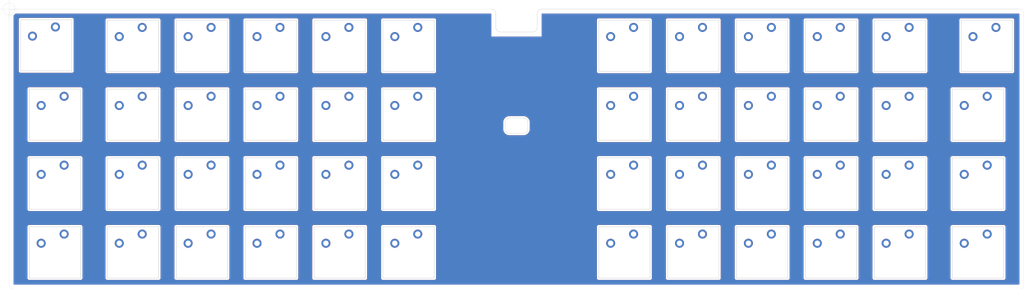
<source format=kicad_pcb>
(kicad_pcb (version 20211014) (generator pcbnew)

  (general
    (thickness 1.6)
  )

  (paper "A3")
  (layers
    (0 "F.Cu" signal)
    (1 "In1.Cu" power)
    (2 "In2.Cu" power)
    (31 "B.Cu" signal)
    (32 "B.Adhes" user "B.Adhesive")
    (33 "F.Adhes" user "F.Adhesive")
    (34 "B.Paste" user)
    (35 "F.Paste" user)
    (36 "B.SilkS" user "B.Silkscreen")
    (37 "F.SilkS" user "F.Silkscreen")
    (38 "B.Mask" user)
    (39 "F.Mask" user)
    (40 "Dwgs.User" user "User.Drawings")
    (41 "Cmts.User" user "User.Comments")
    (42 "Eco1.User" user "User.Eco1")
    (43 "Eco2.User" user "User.Eco2")
    (44 "Edge.Cuts" user)
    (45 "Margin" user)
    (46 "B.CrtYd" user "B.Courtyard")
    (47 "F.CrtYd" user "F.Courtyard")
    (48 "B.Fab" user)
    (49 "F.Fab" user)
  )

  (setup
    (pad_to_mask_clearance 0.051)
    (solder_mask_min_width 0.25)
    (aux_axis_origin 69.85 88.9)
    (grid_origin 69.85 88.9)
    (pcbplotparams
      (layerselection 0x00010fc_ffffffff)
      (disableapertmacros false)
      (usegerberextensions false)
      (usegerberattributes false)
      (usegerberadvancedattributes false)
      (creategerberjobfile false)
      (svguseinch false)
      (svgprecision 6)
      (excludeedgelayer true)
      (plotframeref false)
      (viasonmask false)
      (mode 1)
      (useauxorigin false)
      (hpglpennumber 1)
      (hpglpenspeed 20)
      (hpglpendiameter 15.000000)
      (dxfpolygonmode true)
      (dxfimperialunits true)
      (dxfusepcbnewfont true)
      (psnegative false)
      (psa4output false)
      (plotreference true)
      (plotvalue true)
      (plotinvisibletext false)
      (sketchpadsonfab false)
      (subtractmaskfromsilk false)
      (outputformat 1)
      (mirror false)
      (drillshape 0)
      (scaleselection 1)
      (outputdirectory "gerber/")
    )
  )

  (net 0 "")
  (net 1 "unconnected-(SW1-Pad1)")
  (net 2 "unconnected-(SW1-Pad2)")
  (net 3 "unconnected-(SW2-Pad1)")
  (net 4 "unconnected-(SW2-Pad2)")
  (net 5 "unconnected-(SW3-Pad1)")
  (net 6 "unconnected-(SW3-Pad2)")
  (net 7 "unconnected-(SW4-Pad1)")
  (net 8 "unconnected-(SW4-Pad2)")
  (net 9 "unconnected-(SW5-Pad1)")
  (net 10 "unconnected-(SW5-Pad2)")
  (net 11 "unconnected-(SW6-Pad1)")
  (net 12 "unconnected-(SW6-Pad2)")
  (net 13 "unconnected-(SW7-Pad1)")
  (net 14 "unconnected-(SW7-Pad2)")
  (net 15 "unconnected-(SW8-Pad1)")
  (net 16 "unconnected-(SW8-Pad2)")
  (net 17 "unconnected-(SW9-Pad1)")
  (net 18 "unconnected-(SW9-Pad2)")
  (net 19 "unconnected-(SW10-Pad1)")
  (net 20 "unconnected-(SW10-Pad2)")
  (net 21 "unconnected-(SW11-Pad1)")
  (net 22 "unconnected-(SW11-Pad2)")
  (net 23 "unconnected-(SW12-Pad1)")
  (net 24 "unconnected-(SW12-Pad2)")
  (net 25 "unconnected-(SW14-Pad1)")
  (net 26 "unconnected-(SW14-Pad2)")
  (net 27 "unconnected-(SW15-Pad1)")
  (net 28 "unconnected-(SW15-Pad2)")
  (net 29 "unconnected-(SW16-Pad1)")
  (net 30 "unconnected-(SW16-Pad2)")
  (net 31 "unconnected-(SW17-Pad1)")
  (net 32 "unconnected-(SW17-Pad2)")
  (net 33 "unconnected-(SW19-Pad1)")
  (net 34 "unconnected-(SW19-Pad2)")
  (net 35 "unconnected-(SW20-Pad1)")
  (net 36 "unconnected-(SW20-Pad2)")
  (net 37 "unconnected-(SW21-Pad1)")
  (net 38 "unconnected-(SW21-Pad2)")
  (net 39 "unconnected-(SW22-Pad1)")
  (net 40 "unconnected-(SW22-Pad2)")
  (net 41 "unconnected-(SW24-Pad1)")
  (net 42 "unconnected-(SW24-Pad2)")
  (net 43 "unconnected-(SW25-Pad1)")
  (net 44 "unconnected-(SW25-Pad2)")
  (net 45 "unconnected-(SW26-Pad1)")
  (net 46 "unconnected-(SW26-Pad2)")
  (net 47 "unconnected-(SW27-Pad1)")
  (net 48 "unconnected-(SW27-Pad2)")
  (net 49 "unconnected-(SW29-Pad1)")
  (net 50 "unconnected-(SW29-Pad2)")
  (net 51 "unconnected-(SW30-Pad1)")
  (net 52 "unconnected-(SW30-Pad2)")
  (net 53 "unconnected-(SW31-Pad1)")
  (net 54 "unconnected-(SW31-Pad2)")
  (net 55 "unconnected-(SW32-Pad1)")
  (net 56 "unconnected-(SW32-Pad2)")
  (net 57 "unconnected-(SW34-Pad1)")
  (net 58 "unconnected-(SW34-Pad2)")
  (net 59 "unconnected-(SW35-Pad1)")
  (net 60 "unconnected-(SW35-Pad2)")
  (net 61 "unconnected-(SW36-Pad1)")
  (net 62 "unconnected-(SW36-Pad2)")
  (net 63 "unconnected-(SW37-Pad1)")
  (net 64 "unconnected-(SW37-Pad2)")
  (net 65 "unconnected-(SW39-Pad1)")
  (net 66 "unconnected-(SW39-Pad2)")
  (net 67 "unconnected-(SW40-Pad1)")
  (net 68 "unconnected-(SW40-Pad2)")
  (net 69 "unconnected-(SW41-Pad1)")
  (net 70 "unconnected-(SW41-Pad2)")
  (net 71 "unconnected-(SW42-Pad1)")
  (net 72 "unconnected-(SW42-Pad2)")
  (net 73 "unconnected-(SW44-Pad1)")
  (net 74 "unconnected-(SW44-Pad2)")
  (net 75 "unconnected-(SW45-Pad1)")
  (net 76 "unconnected-(SW45-Pad2)")
  (net 77 "unconnected-(SW46-Pad1)")
  (net 78 "unconnected-(SW46-Pad2)")
  (net 79 "unconnected-(SW47-Pad1)")
  (net 80 "unconnected-(SW47-Pad2)")
  (net 81 "unconnected-(SW49-Pad1)")
  (net 82 "unconnected-(SW49-Pad2)")
  (net 83 "unconnected-(SW50-Pad1)")
  (net 84 "unconnected-(SW50-Pad2)")
  (net 85 "unconnected-(SW51-Pad1)")
  (net 86 "unconnected-(SW51-Pad2)")
  (net 87 "unconnected-(SW52-Pad1)")
  (net 88 "unconnected-(SW52-Pad2)")
  (net 89 "unconnected-(SW53-Pad1)")
  (net 90 "unconnected-(SW53-Pad2)")
  (net 91 "unconnected-(SW54-Pad1)")
  (net 92 "unconnected-(SW54-Pad2)")
  (net 93 "unconnected-(SW55-Pad1)")
  (net 94 "unconnected-(SW55-Pad2)")
  (net 95 "unconnected-(SW56-Pad1)")
  (net 96 "unconnected-(SW56-Pad2)")

  (footprint "Switch_Keyboard_Cherry_MX:SW_Cherry_MX_Plate" (layer "F.Cu") (at 337.82 137.16))

  (footprint "Switch_Keyboard_Cherry_MX:SW_Cherry_MX_Plate" (layer "F.Cu") (at 104.14 156.21))

  (footprint "Switch_Keyboard_Cherry_MX:SW_Cherry_MX_Plate" (layer "F.Cu") (at 161.29 99.06))

  (footprint "Switch_Keyboard_Cherry_MX:SW_Cherry_MX_Plate" (layer "F.Cu") (at 104.14 137.16))

  (footprint "Switch_Keyboard_Cherry_MX:SW_Cherry_MX_Plate" (layer "F.Cu") (at 240.03 99.06))

  (footprint "Switch_Keyboard_Cherry_MX:SW_Cherry_MX_Plate" (layer "F.Cu") (at 240.03 118.11))

  (footprint "Switch_Keyboard_Cherry_MX:SW_Cherry_MX_Plate" (layer "F.Cu") (at 161.29 118.11))

  (footprint "Switch_Keyboard_Cherry_MX:SW_Cherry_MX_Plate" (layer "F.Cu") (at 82.55 118.11))

  (footprint "Switch_Keyboard_Cherry_MX:SW_Cherry_MX_Plate" (layer "F.Cu") (at 123.19 137.16))

  (footprint "Switch_Keyboard_Cherry_MX:SW_Cherry_MX_Plate" (layer "F.Cu") (at 337.82 118.11))

  (footprint "Switch_Keyboard_Cherry_MX:SW_Cherry_MX_Plate" (layer "F.Cu") (at 142.24 118.11))

  (footprint "Switch_Keyboard_Cherry_MX:SW_Cherry_MX_Plate" (layer "F.Cu") (at 240.03 137.16))

  (footprint "Switch_Keyboard_Cherry_MX:SW_Cherry_MX_Plate" (layer "F.Cu") (at 180.34 99.06))

  (footprint "Switch_Keyboard_Cherry_MX:SW_Cherry_MX_Plate" (layer "F.Cu") (at 180.34 118.11))

  (footprint "Switch_Keyboard_Cherry_MX:SW_Cherry_MX_Plate" (layer "F.Cu") (at 316.23 118.11))

  (footprint "Switch_Keyboard_Cherry_MX:SW_Cherry_MX_Plate" (layer "F.Cu") (at 278.13 137.16))

  (footprint "Switch_Keyboard_Cherry_MX:SW_Cherry_MX_Plate" (layer "F.Cu") (at 278.13 118.11))

  (footprint "Switch_Keyboard_Cherry_MX:SW_Cherry_MX_Plate" (layer "F.Cu") (at 340.233 99.06))

  (footprint "Switch_Keyboard_Cherry_MX:SW_Cherry_MX_Plate" (layer "F.Cu") (at 104.14 99.06))

  (footprint "Switch_Keyboard_Cherry_MX:SW_Cherry_MX_Plate" (layer "F.Cu") (at 123.19 118.11))

  (footprint "Switch_Keyboard_Cherry_MX:SW_Cherry_MX_Plate" (layer "F.Cu") (at 259.08 99.06))

  (footprint "Switch_Keyboard_Cherry_MX:SW_Cherry_MX_Plate" (layer "F.Cu") (at 316.23 137.16))

  (footprint "Switch_Keyboard_Cherry_MX:SW_Cherry_MX_Plate" (layer "F.Cu") (at 259.08 156.21))

  (footprint "Switch_Keyboard_Cherry_MX:SW_Cherry_MX_Plate" (layer "F.Cu") (at 161.29 137.16))

  (footprint "Switch_Keyboard_Cherry_MX:SW_Cherry_MX_Plate" (layer "F.Cu") (at 297.18 118.11))

  (footprint "Switch_Keyboard_Cherry_MX:SW_Cherry_MX_Plate" (layer "F.Cu") (at 316.23 99.06))

  (footprint "Switch_Keyboard_Cherry_MX:SW_Cherry_MX_Plate" (layer "F.Cu") (at 297.18 137.16))

  (footprint "Switch_Keyboard_Cherry_MX:SW_Cherry_MX_Plate" (layer "F.Cu") (at 82.55 137.16))

  (footprint "Switch_Keyboard_Cherry_MX:SW_Cherry_MX_Plate" (layer "F.Cu") (at 123.19 99.06))

  (footprint "Switch_Keyboard_Cherry_MX:SW_Cherry_MX_Plate" (layer "F.Cu") (at 337.82 156.21))

  (footprint "Switch_Keyboard_Cherry_MX:SW_Cherry_MX_Plate" (layer "F.Cu") (at 316.23 156.21))

  (footprint "Switch_Keyboard_Cherry_MX:SW_Cherry_MX_Plate" (layer "F.Cu") (at 161.29 156.21))

  (footprint "Switch_Keyboard_Cherry_MX:SW_Cherry_MX_Plate" (layer "F.Cu") (at 180.34 156.21))

  (footprint "Switch_Keyboard_Cherry_MX:SW_Cherry_MX_Plate" (layer "F.Cu") (at 278.13 156.21))

  (footprint "Switch_Keyboard_Cherry_MX:SW_Cherry_MX_Plate" (layer "F.Cu") (at 278.13 99.06))

  (footprint "Switch_Keyboard_Cherry_MX:SW_Cherry_MX_Plate" (layer "F.Cu") (at 259.08 118.11))

  (footprint "Switch_Keyboard_Cherry_MX:SW_Cherry_MX_Plate" (layer "F.Cu") (at 297.18 156.21))

  (footprint "Switch_Keyboard_Cherry_MX:SW_Cherry_MX_Plate" (layer "F.Cu") (at 240.03 156.21))

  (footprint "Switch_Keyboard_Cherry_MX:SW_Cherry_MX_Plate" (layer "F.Cu") (at 142.24 156.21))

  (footprint "Switch_Keyboard_Cherry_MX:SW_Cherry_MX_Plate" (layer "F.Cu") (at 82.55 156.21))

  (footprint "Switch_Keyboard_Cherry_MX:SW_Cherry_MX_Plate" (layer "F.Cu") (at 80.137 98.933))

  (footprint "Switch_Keyboard_Cherry_MX:SW_Cherry_MX_Plate" (layer "F.Cu") (at 142.24 137.16))

  (footprint "Switch_Keyboard_Cherry_MX:SW_Cherry_MX_Plate" (layer "F.Cu") (at 180.34 137.16))

  (footprint "Switch_Keyboard_Cherry_MX:SW_Cherry_MX_Plate" (layer "F.Cu") (at 123.19 156.21))

  (footprint "Switch_Keyboard_Cherry_MX:SW_Cherry_MX_Plate" (layer "F.Cu") (at 297.18 99.06))

  (footprint "Switch_Keyboard_Cherry_MX:SW_Cherry_MX_Plate" (layer "F.Cu") (at 142.24 99.06))

  (footprint "Switch_Keyboard_Cherry_MX:SW_Cherry_MX_Plate" (layer "F.Cu") (at 104.14 118.11))

  (footprint "Switch_Keyboard_Cherry_MX:SW_Cherry_MX_Plate" (layer "F.Cu") (at 259.08 137.16))

  (gr_arc (start 71.12 166.37) (mid 70.221974 165.998026) (end 69.85 165.1) (layer "Edge.Cuts") (width 0.05) (tstamp 00b01e1c-ad12-4fde-a33d-20c12b51f151))
  (gr_line (start 208.28 119.008026) (end 212.09 119.008026) (layer "Edge.Cuts") (width 0.1) (tstamp 03a4d4a5-f282-41a6-821a-8918906b7d6b))
  (gr_arc (start 203.2 88.9) (mid 204.098026 89.271974) (end 204.47 90.17) (layer "Edge.Cuts") (width 0.1) (tstamp 0a61d017-316e-4f57-92f0-fa10099547ef))
  (gr_line (start 350.52 165.1) (end 350.52 90.17) (layer "Edge.Cuts") (width 0.05) (tstamp 1c2cb5b0-c4e9-4f73-a8b0-655712732e5d))
  (gr_line (start 71.12 166.37) (end 308.61 166.37) (layer "Edge.Cuts") (width 0.05) (tstamp 1dee2fb0-3567-4f85-9b62-4389cfd93972))
  (gr_arc (start 215.9 93.98) (mid 215.528026 94.878026) (end 214.63 95.25) (layer "Edge.Cuts") (width 0.1) (tstamp 32f53f8d-88af-4bae-8129-0a94e6d77e3c))
  (gr_arc (start 349.25 88.9) (mid 350.148026 89.271974) (end 350.52 90.17) (layer "Edge.Cuts") (width 0.05) (tstamp 37e3d32b-1350-4839-976a-bc7ff1ff4d27))
  (gr_line (start 308.61 166.37) (end 349.25 166.37) (layer "Edge.Cuts") (width 0.05) (tstamp 3913d454-0e3d-4ede-8075-7c26203c6a36))
  (gr_arc (start 213.350974 122.037974) (mid 212.979 122.936) (end 212.080974 123.307974) (layer "Edge.Cuts") (width 0.1) (tstamp 50941ffd-d906-4e73-9fb9-972da917fdf5))
  (gr_line (start 204.47 90.17) (end 204.47 93.98) (layer "Edge.Cuts") (width 0.1) (tstamp 693cad44-7bd2-4b71-a873-13f142918121))
  (gr_line (start 207.000974 122.037974) (end 207.01 120.278026) (layer "Edge.Cuts") (width 0.1) (tstamp 6eb993a9-0b40-4790-b13e-a3bbb36a7eb8))
  (gr_line (start 215.9 93.98) (end 215.9 90.17) (layer "Edge.Cuts") (width 0.1) (tstamp 788fc17e-e468-4677-8bc6-2f6a8526e06b))
  (gr_line (start 203.2 88.9) (end 71.12 88.9) (layer "Edge.Cuts") (width 0.05) (tstamp 78d5be15-cad8-411c-846d-29c2d3fd9ab5))
  (gr_arc (start 208.270974 123.307974) (mid 207.372948 122.936) (end 207.000974 122.037974) (layer "Edge.Cuts") (width 0.1) (tstamp 85f4f6d8-d9c8-4d99-a2a3-fea5951fcd2e))
  (gr_line (start 217.17 88.9) (end 349.25 88.9) (layer "Edge.Cuts") (width 0.1) (tstamp 87ffe956-b651-4e42-94d3-16ac17096e80))
  (gr_arc (start 207.01 120.278026) (mid 207.381974 119.38) (end 208.28 119.008026) (layer "Edge.Cuts") (width 0.1) (tstamp 931551ce-e2eb-41e0-ae8d-ce3939e3c538))
  (gr_arc (start 69.85 90.17) (mid 70.221974 89.271974) (end 71.12 88.9) (layer "Edge.Cuts") (width 0.05) (tstamp 993c33df-cb22-4d0a-a64d-c3dc5f4a723f))
  (gr_arc (start 212.09 119.008026) (mid 212.988026 119.38) (end 213.36 120.278026) (layer "Edge.Cuts") (width 0.1) (tstamp a0aaa0d6-40ab-4bed-8e49-3fbf755e55e9))
  (gr_line (start 212.080974 123.307974) (end 208.270974 123.307974) (layer "Edge.Cuts") (width 0.1) (tstamp a801edee-8664-4ada-a4f8-8dda33552074))
  (gr_arc (start 205.74 95.25) (mid 204.841974 94.878026) (end 204.47 93.98) (layer "Edge.Cuts") (width 0.1) (tstamp b02948bc-e29d-4c65-a796-84518f1bd40a))
  (gr_arc (start 350.52 165.1) (mid 350.148026 165.998026) (end 349.25 166.37) (layer "Edge.Cuts") (width 0.05) (tstamp b124f966-50ec-4376-ae75-235d3f6c041a))
  (gr_arc (start 215.9 90.17) (mid 216.271974 89.271974) (end 217.17 88.9) (layer "Edge.Cuts") (width 0.1) (tstamp bfde5e76-a563-4167-812a-9e0a3338f288))
  (gr_line (start 205.74 95.25) (end 214.63 95.25) (layer "Edge.Cuts") (width 0.1) (tstamp ca07a132-41d7-4eed-a7d6-bb578ace4753))
  (gr_line (start 69.85 90.17) (end 69.85 165.1) (layer "Edge.Cuts") (width 0.05) (tstamp d5d1e508-9aca-458b-a73f-80114ada94c1))
  (gr_line (start 213.36 120.278026) (end 213.350974 122.037974) (layer "Edge.Cuts") (width 0.1) (tstamp f8448a71-1d5d-47c6-9d7e-93ee570aef08))
  (target plus (at 69.85 88.9) (size 5) (width 0.05) (layer "Edge.Cuts") (tstamp 4582f90b-6fb5-48ad-a83b-265fac3bd2cc))

  (zone (net 0) (net_name "") (layers F&B.Cu) (tstamp 82f825a8-b4cf-4101-a09e-581fda3944d5) (name "GND") (hatch edge 0.508)
    (connect_pads (clearance 0.508))
    (min_thickness 0.254) (filled_areas_thickness no)
    (fill yes (thermal_gap 0.508) (thermal_bridge_width 0.508))
    (polygon
      (pts
        (xy 203.2 96.52)
        (xy 217.17 96.52)
        (xy 217.17 90.17)
        (xy 349.25 90.17)
        (xy 349.25 165.1)
        (xy 71.12 165.1)
        (xy 71.12 90.17)
        (xy 203.2 90.17)
      )
    )
    (filled_polygon
      (layer "F.Cu")
      (island)
      (pts
        (xy 203.142121 90.190002)
        (xy 203.188614 90.243658)
        (xy 203.2 90.296)
        (xy 203.2 96.52)
        (xy 217.17 96.52)
        (xy 217.17 90.296)
        (xy 217.190002 90.227879)
        (xy 217.243658 90.181386)
        (xy 217.296 90.17)
        (xy 349.124 90.17)
        (xy 349.192121 90.190002)
        (xy 349.238614 90.243658)
        (xy 349.25 90.296)
        (xy 349.25 164.974)
        (xy 349.229998 165.042121)
        (xy 349.176342 165.088614)
        (xy 349.124 165.1)
        (xy 71.246 165.1)
        (xy 71.177879 165.079998)
        (xy 71.131386 165.026342)
        (xy 71.12 164.974)
        (xy 71.12 163.379721)
        (xy 74.941024 163.379721)
        (xy 74.943491 163.388352)
        (xy 74.94915 163.408153)
        (xy 74.952728 163.424915)
        (xy 74.95692 163.454187)
        (xy 74.960634 163.462355)
        (xy 74.960634 163.462356)
        (xy 74.967548 163.477562)
        (xy 74.973996 163.495086)
        (xy 74.981051 163.519771)
        (xy 74.985843 163.527365)
        (xy 74.985844 163.527368)
        (xy 74.99683 163.54478)
        (xy 75.004969 163.559863)
        (xy 75.017208 163.586782)
        (xy 75.023069 163.593584)
        (xy 75.03397 163.606235)
        (xy 75.045073 163.621239)
        (xy 75.058776 163.642958)
        (xy 75.065501 163.648897)
        (xy 75.065504 163.648901)
        (xy 75.080938 163.662532)
        (xy 75.092982 163.674724)
        (xy 75.106427 163.690327)
        (xy 75.10643 163.690329)
        (xy 75.112287 163.697127)
        (xy 75.119816 163.702007)
        (xy 75.119817 163.702008)
        (xy 75.133835 163.711094)
        (xy 75.148709 163.722385)
        (xy 75.161217 163.733431)
        (xy 75.167951 163.739378)
        (xy 75.194711 163.751942)
        (xy 75.209691 163.760263)
        (xy 75.226983 163.771471)
        (xy 75.226988 163.771473)
        (xy 75.234515 163.776352)
        (xy 75.243108 163.778922)
        (xy 75.243113 163.778924)
        (xy 75.25912 163.783711)
        (xy 75.276564 163.790372)
        (xy 75.291676 163.797467)
        (xy 75.291678 163.797468)
        (xy 75.2998 163.801281)
        (xy 75.308667 163.802662)
        (xy 75.308668 163.802662)
        (xy 75.311353 163.80308)
        (xy 75.329017 163.80583)
        (xy 75.345732 163.809613)
        (xy 75.365466 163.815515)
        (xy 75.365472 163.815516)
        (xy 75.374066 163.818086)
        (xy 75.383037 163.818141)
        (xy 75.383038 163.818141)
        (xy 75.393097 163.818202)
        (xy 75.408506 163.818296)
        (xy 75.409289 163.818329)
        (xy 75.410386 163.8185)
        (xy 75.441377 163.8185)
        (xy 75.442147 163.818502)
        (xy 75.515785 163.818952)
        (xy 75.515786 163.818952)
        (xy 75.519721 163.818976)
        (xy 75.521065 163.818592)
        (xy 75.52241 163.8185)
        (xy 89.641377 163.8185)
        (xy 89.642148 163.818502)
        (xy 89.719721 163.818976)
        (xy 89.748152 163.81085)
        (xy 89.764915 163.807272)
        (xy 89.765753 163.807152)
        (xy 89.794187 163.80308)
        (xy 89.817564 163.792451)
        (xy 89.835087 163.786004)
        (xy 89.859771 163.778949)
        (xy 89.867365 163.774157)
        (xy 89.867368 163.774156)
        (xy 89.88478 163.76317)
        (xy 89.899865 163.75503)
        (xy 89.926782 163.742792)
        (xy 89.946235 163.72603)
        (xy 89.961239 163.714927)
        (xy 89.982958 163.701224)
        (xy 89.988897 163.694499)
        (xy 89.988901 163.694496)
        (xy 90.002532 163.679062)
        (xy 90.014724 163.667018)
        (xy 90.030327 163.653573)
        (xy 90.030329 163.65357)
        (xy 90.037127 163.647713)
        (xy 90.051094 163.626165)
        (xy 90.062385 163.611291)
        (xy 90.073431 163.598783)
        (xy 90.073432 163.598782)
        (xy 90.079378 163.592049)
        (xy 90.091943 163.565287)
        (xy 90.100263 163.550309)
        (xy 90.111471 163.533017)
        (xy 90.111473 163.533012)
        (xy 90.116352 163.525485)
        (xy 90.118922 163.516892)
        (xy 90.118924 163.516887)
        (xy 90.123711 163.50088)
        (xy 90.130372 163.483436)
        (xy 90.137467 163.468324)
        (xy 90.137468 163.468322)
        (xy 90.141281 163.4602)
        (xy 90.14583 163.430983)
        (xy 90.149613 163.414268)
        (xy 90.155515 163.394534)
        (xy 90.155516 163.394528)
        (xy 90.158086 163.385934)
        (xy 90.158124 163.379721)
        (xy 96.531024 163.379721)
        (xy 96.533491 163.388352)
        (xy 96.53915 163.408153)
        (xy 96.542728 163.424915)
        (xy 96.54692 163.454187)
        (xy 96.550634 163.462355)
        (xy 96.550634 163.462356)
        (xy 96.557548 163.477562)
        (xy 96.563996 163.495086)
        (xy 96.571051 163.519771)
        (xy 96.575843 163.527365)
        (xy 96.575844 163.527368)
        (xy 96.58683 163.54478)
        (xy 96.594969 163.559863)
        (xy 96.607208 163.586782)
        (xy 96.613069 163.593584)
        (xy 96.62397 163.606235)
        (xy 96.635073 163.621239)
        (xy 96.648776 163.642958)
        (xy 96.655501 163.648897)
        (xy 96.655504 163.648901)
        (xy 96.670938 163.662532)
        (xy 96.682982 163.674724)
        (xy 96.696427 163.690327)
        (xy 96.69643 163.690329)
        (xy 96.702287 163.697127)
        (xy 96.709816 163.702007)
        (xy 96.709817 163.702008)
        (xy 96.723835 163.711094)
        (xy 96.738709 163.722385)
        (xy 96.751217 163.733431)
        (xy 96.757951 163.739378)
        (xy 96.784711 163.751942)
        (xy 96.799691 163.760263)
        (xy 96.816983 163.771471)
        (xy 96.816988 163.771473)
        (xy 96.824515 163.776352)
        (xy 96.833108 163.778922)
        (xy 96.833113 163.778924)
        (xy 96.84912 163.783711)
        (xy 96.866564 163.790372)
        (xy 96.881676 163.797467)
        (xy 96.881678 163.797468)
        (xy 96.8898 163.801281)
        (xy 96.898667 163.802662)
        (xy 96.898668 163.802662)
        (xy 96.901353 163.80308)
        (xy 96.919017 163.80583)
        (xy 96.935732 163.809613)
        (xy 96.955466 163.815515)
        (xy 96.955472 163.815516)
        (xy 96.964066 163.818086)
        (xy 96.973037 163.818141)
        (xy 96.973038 163.818141)
        (xy 96.983097 163.818202)
        (xy 96.998506 163.818296)
        (xy 96.999289 163.818329)
        (xy 97.000386 163.8185)
        (xy 97.031377 163.8185)
        (xy 97.032147 163.818502)
        (xy 97.105785 163.818952)
        (xy 97.105786 163.818952)
        (xy 97.109721 163.818976)
        (xy 97.111065 163.818592)
        (xy 97.11241 163.8185)
        (xy 111.231377 163.8185)
        (xy 111.232148 163.818502)
        (xy 111.309721 163.818976)
        (xy 111.338152 163.81085)
        (xy 111.354915 163.807272)
        (xy 111.355753 163.807152)
        (xy 111.384187 163.80308)
        (xy 111.407564 163.792451)
        (xy 111.425087 163.786004)
        (xy 111.449771 163.778949)
        (xy 111.457365 163.774157)
        (xy 111.457368 163.774156)
        (xy 111.47478 163.76317)
        (xy 111.489865 163.75503)
        (xy 111.516782 163.742792)
        (xy 111.536235 163.72603)
        (xy 111.551239 163.714927)
        (xy 111.572958 163.701224)
        (xy 111.578897 163.694499)
        (xy 111.578901 163.694496)
        (xy 111.592532 163.679062)
        (xy 111.604724 163.667018)
        (xy 111.620327 163.653573)
        (xy 111.620329 163.65357)
        (xy 111.627127 163.647713)
        (xy 111.641094 163.626165)
        (xy 111.652385 163.611291)
        (xy 111.663431 163.598783)
        (xy 111.663432 163.598782)
        (xy 111.669378 163.592049)
        (xy 111.681943 163.565287)
        (xy 111.690263 163.550309)
        (xy 111.701471 163.533017)
        (xy 111.701473 163.533012)
        (xy 111.706352 163.525485)
        (xy 111.708922 163.516892)
        (xy 111.708924 163.516887)
        (xy 111.713711 163.50088)
        (xy 111.720372 163.483436)
        (xy 111.727467 163.468324)
        (xy 111.727468 163.468322)
        (xy 111.731281 163.4602)
        (xy 111.73583 163.430983)
        (xy 111.739613 163.414268)
        (xy 111.745515 163.394534)
        (xy 111.745516 163.394528)
        (xy 111.748086 163.385934)
        (xy 111.748124 163.379721)
        (xy 115.581024 163.379721)
        (xy 115.583491 163.388352)
        (xy 115.58915 163.408153)
        (xy 115.592728 163.424915)
        (xy 115.59692 163.454187)
        (xy 115.600634 163.462355)
        (xy 115.600634 163.462356)
        (xy 115.607548 163.477562)
        (xy 115.613996 163.495086)
        (xy 115.621051 163.519771)
        (xy 115.625843 163.527365)
        (xy 115.625844 163.527368)
        (xy 115.63683 163.54478)
        (xy 115.644969 163.559863)
        (xy 115.657208 163.586782)
        (xy 115.663069 163.593584)
        (xy 115.67397 163.606235)
        (xy 115.685073 163.621239)
        (xy 115.698776 163.642958)
        (xy 115.705501 163.648897)
        (xy 115.705504 163.648901)
        (xy 115.720938 163.662532)
        (xy 115.732982 163.674724)
        (xy 115.746427 163.690327)
        (xy 115.74643 163.690329)
        (xy 115.752287 163.697127)
        (xy 115.759816 163.702007)
        (xy 115.759817 163.702008)
        (xy 115.773835 163.711094)
        (xy 115.788709 163.722385)
        (xy 115.801217 163.733431)
        (xy 115.807951 163.739378)
        (xy 115.834711 163.751942)
        (xy 115.849691 163.760263)
        (xy 115.866983 163.771471)
        (xy 115.866988 163.771473)
        (xy 115.874515 163.776352)
        (xy 115.883108 163.778922)
        (xy 115.883113 163.778924)
        (xy 115.89912 163.783711)
        (xy 115.916564 163.790372)
        (xy 115.931676 163.797467)
        (xy 115.931678 163.797468)
        (xy 115.9398 163.801281)
        (xy 115.948667 163.802662)
        (xy 115.948668 163.802662)
        (xy 115.951353 163.80308)
        (xy 115.969017 163.80583)
        (xy 115.985732 163.809613)
        (xy 116.005466 163.815515)
        (xy 116.005472 163.815516)
        (xy 116.014066 163.818086)
        (xy 116.023037 163.818141)
        (xy 116.023038 163.818141)
        (xy 116.033097 163.818202)
        (xy 116.048506 163.818296)
        (xy 116.049289 163.818329)
        (xy 116.050386 163.8185)
        (xy 116.081377 163.8185)
        (xy 116.082147 163.818502)
        (xy 116.155785 163.818952)
        (xy 116.155786 163.818952)
        (xy 116.159721 163.818976)
        (xy 116.161065 163.818592)
        (xy 116.16241 163.8185)
        (xy 130.281377 163.8185)
        (xy 130.282148 163.818502)
        (xy 130.359721 163.818976)
        (xy 130.388152 163.81085)
        (xy 
... [879975 chars truncated]
</source>
